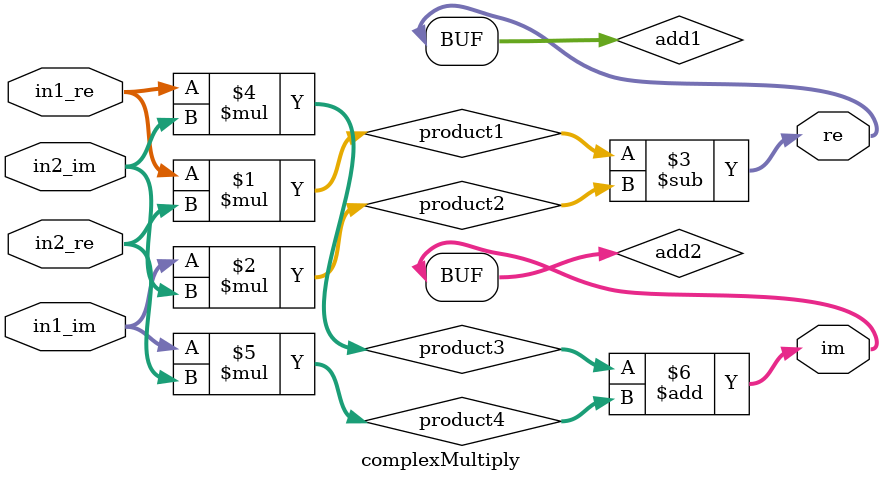
<source format=v>
module complexMultiply (
    input signed [17:0] in1_re, // sfix18_En16
    input signed [17:0] in1_im, // sfix18_En16
    input signed [17:0] in2_re, // sfix18_En16
    input signed [17:0] in2_im, // sfix18_En16
    output signed [35:0] re,    // sfix36_En32
    output signed [35:0] im     // sfix36_En32
);

    wire signed [35:0] product1; // sfix36_En32
    wire signed [35:0] product2; // sfix36_En32
    wire signed [35:0] add1;     // sfix36_En32
    wire signed [35:0] product3; // sfix36_En32
    wire signed [35:0] product4; // sfix36_En32
    wire signed [35:0] add2;     // sfix36_En32

    // Multiply the first input's real part with the second input's real part.
    assign product1 = in1_re * in2_re;

    // Multiply the first input's imaginary part with the second input's imaginary part.
    assign product2 = in1_im * in2_im;

    // Subtract the product from step 2 from the product from step 1. This is the real part of the result.
    assign add1 = product1 - product2;

    // Multiply the first input's real part with the second input's imaginary part.
    assign product3 = in1_re * in2_im;

    // Multiply the first input's imaginary part with the second input's real part.
    assign product4 = in1_im * in2_re;

    // Add the products from steps 4 and 5. This is the imaginary part of the result.
    assign add2 = product3 + product4;

    // Output the real and imaginary parts of the result.
    assign re = add1;
    assign im = add2;

endmodule
</source>
